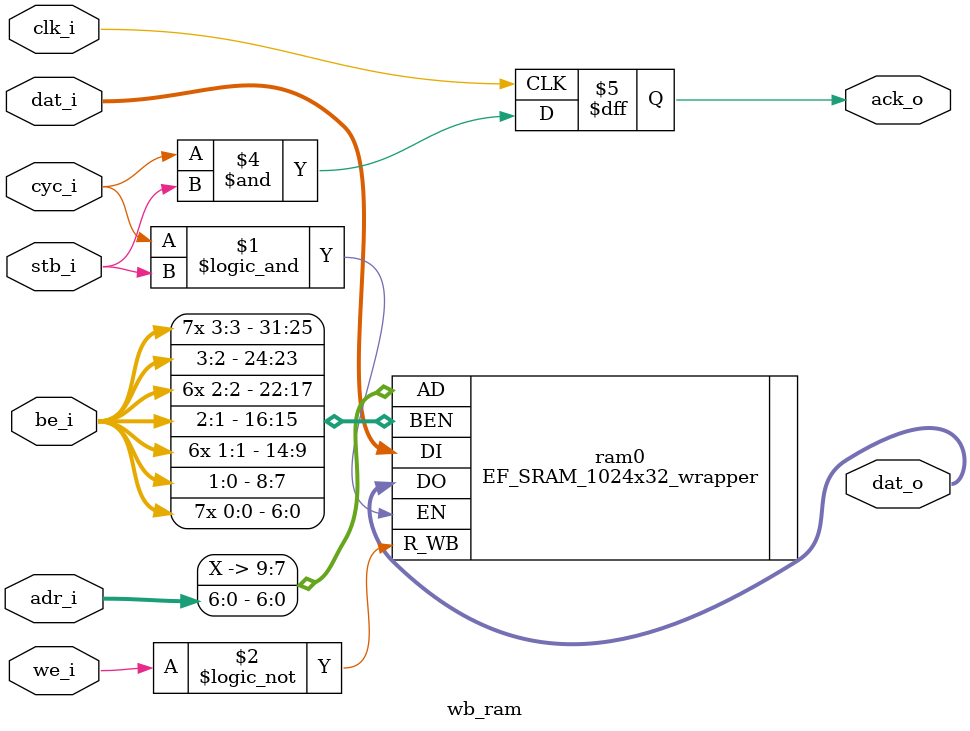
<source format=sv>

module wb_ram #(parameter DEPTH=128, parameter MEMFILE="")
(
   input  logic                     clk_i,
   input  logic                     cyc_i,
   input  logic                     stb_i,
   input  logic                     we_i,
   output logic                     ack_o,
   input  logic [3:0]               be_i,
   input  logic [$clog2(DEPTH)-1:0] adr_i,
   input  logic [31:0]              dat_i,
   output logic [31:0]              dat_o

);

/*`ifdef GOWIN
logic [31:0] mem_r [0:DEPTH-1];
`else
(* ram_style = "block" *) logic [31:0] mem_r [0:DEPTH-1];
`endif

logic read_enable;
logic write_enable;

assign read_enable   = cyc_i & stb_i & ~we_i;
assign write_enable  = cyc_i & stb_i & we_i;

always @(posedge clk_i) begin
   ack_o <= 'b0;

   if (read_enable) begin
      dat_o <= mem_r[adr_i];
      ack_o <= ~ack_o;
   end else if (write_enable) begin
      if (be_i[0]) mem_r[adr_i][7:0]   <= dat_i[7:0];
      if (be_i[1]) mem_r[adr_i][15:8]  <= dat_i[15:8];
      if (be_i[2]) mem_r[adr_i][23:16] <= dat_i[23:16];
      if (be_i[3]) mem_r[adr_i][31:24] <= dat_i[31:24];
      ack_o <= ~ack_o;
   end
end

initial begin
	if(MEMFILE != "") begin
	   $display("Preloading %m from %s", MEMFILE);
	   $readmemh(MEMFILE, mem_r);
	end
end*/

    EF_SRAM_1024x32_wrapper ram0 (
        .AD    (adr_i[9:0]),
        .BEN   ({{8{be_i[3]}}, {8{be_i[2]}}, {8{be_i[1]}}, {8{be_i[0]}}}),
        .DI    (dat_i),
        .EN    (cyc_i && stb_i),
        .R_WB  (!we_i), // TODO
        .DO    (dat_o)
    );

    always_ff @(posedge clk_i) begin
        ack_o <= cyc_i & stb_i;
    end

endmodule

</source>
